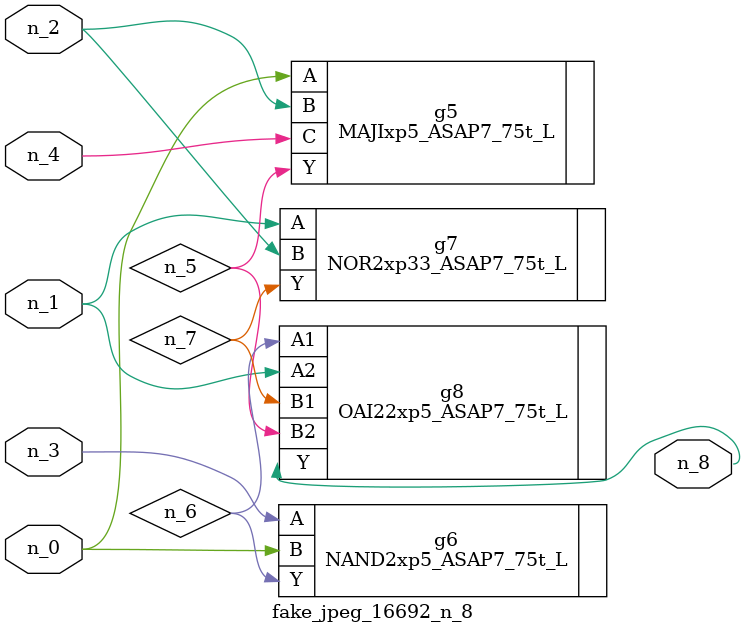
<source format=v>
module fake_jpeg_16692_n_8 (n_3, n_2, n_1, n_0, n_4, n_8);

input n_3;
input n_2;
input n_1;
input n_0;
input n_4;

output n_8;

wire n_6;
wire n_5;
wire n_7;

MAJIxp5_ASAP7_75t_L g5 ( 
.A(n_0),
.B(n_2),
.C(n_4),
.Y(n_5)
);

NAND2xp5_ASAP7_75t_L g6 ( 
.A(n_3),
.B(n_0),
.Y(n_6)
);

NOR2xp33_ASAP7_75t_L g7 ( 
.A(n_1),
.B(n_2),
.Y(n_7)
);

OAI22xp5_ASAP7_75t_L g8 ( 
.A1(n_6),
.A2(n_1),
.B1(n_7),
.B2(n_5),
.Y(n_8)
);


endmodule
</source>
